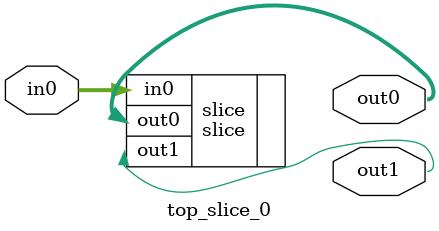
<source format=v>
module top_slice_0 
(
    input       [6:0] in0 ,
    output      [0:0] out1 ,
    output      [5:0] out0
) ;

    slice slice (
        .in0(in0) ,
        .out1(out1) ,
        .out0(out0)
    );


endmodule

</source>
